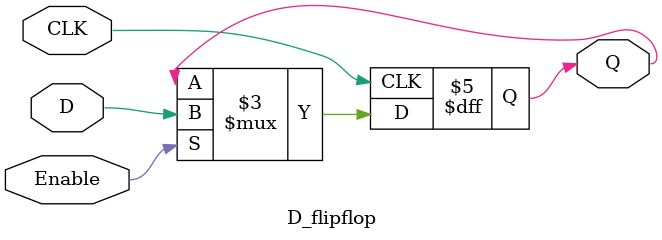
<source format=v>
module D_flipflop(Q, D, CLK, Enable);

	output reg Q;
	input D, CLK, Enable;

	initial begin 
		Q = 1'b0; 
	end

	always @(posedge CLK) begin
		if(Enable)
			Q <= D;
	end
	
endmodule

</source>
